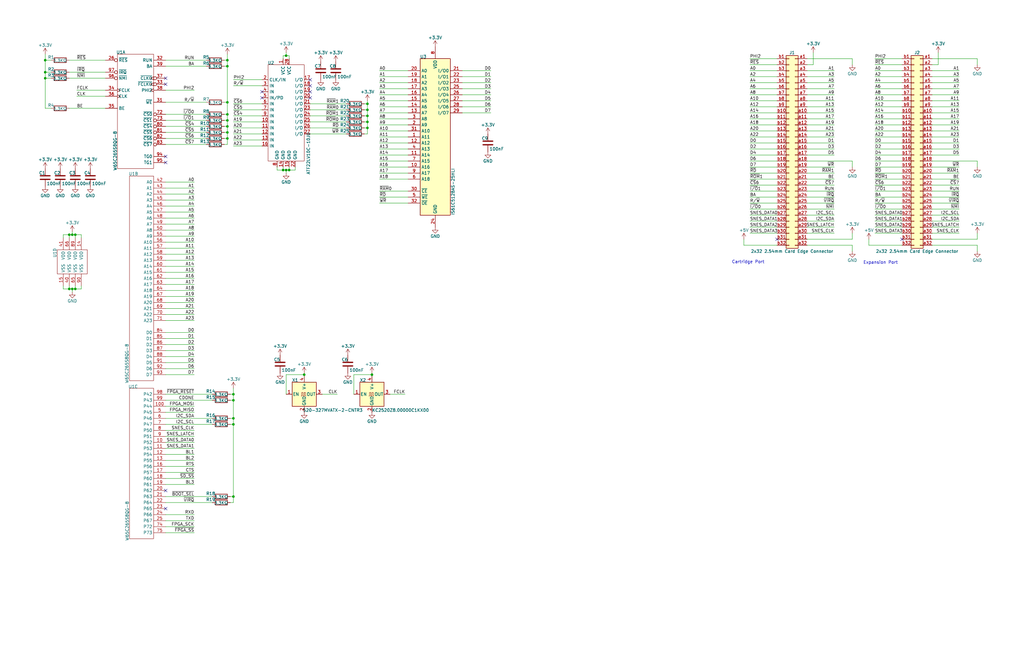
<source format=kicad_sch>
(kicad_sch (version 20231120) (generator "eeschema") (generator_version "8.0")
  (paper "USLedger")
  (junction (at 95.885 43.18))
  (junction (at 121.92 71.755))
  (junction (at 30.48 99.06))
  (junction (at 156.845 158.115))
  (junction (at 98.425 166.37))
  (junction (at 120.65 71.755))
  (junction (at 29.21 99.06))
  (junction (at 95.885 27.94))
  (junction (at 154.94 48.895))
  (junction (at 98.425 176.53))
  (junction (at 30.48 121.92))
  (junction (at 154.94 53.975))
  (junction (at 95.885 50.8))
  (junction (at 95.885 25.4))
  (junction (at 31.75 121.92))
  (junction (at 119.38 71.755))
  (junction (at 19.05 33.02))
  (junction (at 95.885 48.26))
  (junction (at 29.21 121.92))
  (junction (at 19.05 25.4))
  (junction (at 95.885 53.34))
  (junction (at 98.425 209.55))
  (junction (at 95.885 55.88))
  (junction (at 154.94 46.355))
  (junction (at 154.94 43.815))
  (junction (at 120.65 23.495))
  (junction (at 98.425 168.91))
  (junction (at 98.425 179.07))
  (junction (at 95.885 58.42))
  (junction (at 31.75 99.06))
  (junction (at 128.27 158.115))
  (junction (at 19.05 30.48))
  (junction (at 154.94 51.435))
  (no_connect (at 130.81 38.735))
  (no_connect (at 130.81 36.195))
  (no_connect (at 110.49 38.735))
  (no_connect (at 69.85 35.56))
  (no_connect (at 69.85 66.04))
  (no_connect (at 327.66 100.965))
  (no_connect (at 69.85 33.02))
  (no_connect (at 130.81 33.655))
  (no_connect (at 69.85 214.63))
  (no_connect (at 69.85 68.58))
  (no_connect (at 130.81 41.275))
  (no_connect (at 69.85 207.01))
  (no_connect (at 110.49 41.275))
  (no_connect (at 380.365 100.965))
  (wire (pts (xy 316.23 47.625) (xy 327.66 47.625)))
  (wire (pts (xy 19.05 22.86) (xy 19.05 25.4)))
  (wire (pts (xy 404.495 88.265) (xy 393.065 88.265)))
  (wire (pts (xy 69.85 50.8) (xy 86.995 50.8)))
  (wire (pts (xy 69.85 53.34) (xy 86.995 53.34)))
  (wire (pts (xy 393.065 62.865) (xy 404.495 62.865)))
  (wire (pts (xy 130.81 51.435) (xy 146.05 51.435)))
  (wire (pts (xy 194.945 37.465) (xy 207.01 37.465)))
  (wire (pts (xy 130.81 53.975) (xy 146.05 53.975)))
  (wire (pts (xy 69.85 158.115) (xy 81.915 158.115)))
  (wire (pts (xy 121.92 23.495) (xy 121.92 24.765)))
  (wire (pts (xy 110.49 56.515) (xy 98.425 56.515)))
  (wire (pts (xy 69.85 209.55) (xy 89.535 209.55)))
  (wire (pts (xy 29.21 99.06) (xy 29.21 100.33)))
  (wire (pts (xy 153.67 53.975) (xy 154.94 53.975)))
  (wire (pts (xy 172.085 52.705) (xy 160.02 52.705)))
  (wire (pts (xy 368.935 93.345) (xy 380.365 93.345)))
  (wire (pts (xy 69.85 145.415) (xy 81.915 145.415)))
  (wire (pts (xy 393.065 34.925) (xy 404.495 34.925)))
  (wire (pts (xy 69.85 60.96) (xy 86.995 60.96)))
  (wire (pts (xy 69.85 97.155) (xy 81.915 97.155)))
  (wire (pts (xy 69.85 102.235) (xy 81.915 102.235)))
  (wire (pts (xy 97.155 166.37) (xy 98.425 166.37)))
  (wire (pts (xy 160.02 85.725) (xy 172.085 85.725)))
  (wire (pts (xy 98.425 166.37) (xy 98.425 168.91)))
  (wire (pts (xy 412.115 24.765) (xy 412.115 27.305)))
  (wire (pts (xy 94.615 55.88) (xy 95.885 55.88)))
  (wire (pts (xy 97.155 209.55) (xy 98.425 209.55)))
  (wire (pts (xy 135.89 166.37) (xy 142.24 166.37)))
  (wire (pts (xy 393.065 52.705) (xy 404.495 52.705)))
  (wire (pts (xy 316.23 67.945) (xy 327.66 67.945)))
  (wire (pts (xy 119.38 70.485) (xy 119.38 71.755)))
  (wire (pts (xy 94.615 53.34) (xy 95.885 53.34)))
  (wire (pts (xy 340.36 75.565) (xy 351.79 75.565)))
  (wire (pts (xy 172.085 67.945) (xy 160.02 67.945)))
  (wire (pts (xy 110.49 33.655) (xy 98.425 33.655)))
  (wire (pts (xy 130.81 43.815) (xy 146.05 43.815)))
  (wire (pts (xy 153.67 51.435) (xy 154.94 51.435)))
  (wire (pts (xy 95.885 48.26) (xy 95.885 50.8)))
  (wire (pts (xy 393.065 29.845) (xy 404.495 29.845)))
  (wire (pts (xy 154.94 53.975) (xy 154.94 56.515)))
  (wire (pts (xy 110.49 61.595) (xy 98.425 61.595)))
  (wire (pts (xy 393.065 24.765) (xy 412.115 24.765)))
  (wire (pts (xy 95.885 27.94) (xy 95.885 43.18)))
  (wire (pts (xy 34.29 99.06) (xy 34.29 100.33)))
  (wire (pts (xy 172.085 42.545) (xy 160.02 42.545)))
  (wire (pts (xy 69.85 189.23) (xy 81.915 189.23)))
  (wire (pts (xy 69.85 99.695) (xy 81.915 99.695)))
  (wire (pts (xy 172.085 57.785) (xy 160.02 57.785)))
  (wire (pts (xy 393.065 37.465) (xy 404.495 37.465)))
  (wire (pts (xy 340.36 42.545) (xy 351.79 42.545)))
  (wire (pts (xy 121.92 71.755) (xy 124.46 71.755)))
  (wire (pts (xy 327.66 103.505) (xy 313.69 103.505)))
  (wire (pts (xy 172.085 45.085) (xy 160.02 45.085)))
  (wire (pts (xy 69.85 212.09) (xy 89.535 212.09)))
  (wire (pts (xy 340.36 55.245) (xy 351.79 55.245)))
  (wire (pts (xy 380.365 50.165) (xy 368.935 50.165)))
  (wire (pts (xy 119.38 23.495) (xy 119.38 24.765)))
  (wire (pts (xy 110.49 51.435) (xy 98.425 51.435)))
  (wire (pts (xy 69.85 132.715) (xy 81.915 132.715)))
  (wire (pts (xy 95.885 55.88) (xy 95.885 58.42)))
  (wire (pts (xy 69.85 135.255) (xy 81.915 135.255)))
  (wire (pts (xy 116.84 70.485) (xy 116.84 71.755)))
  (wire (pts (xy 316.23 85.725) (xy 327.66 85.725)))
  (wire (pts (xy 340.36 67.945) (xy 359.41 67.945)))
  (wire (pts (xy 366.395 100.965) (xy 366.395 103.505)))
  (wire (pts (xy 119.38 23.495) (xy 120.65 23.495)))
  (wire (pts (xy 149.225 158.115) (xy 149.225 166.37)))
  (wire (pts (xy 194.945 40.005) (xy 207.01 40.005)))
  (wire (pts (xy 380.365 70.485) (xy 368.935 70.485)))
  (wire (pts (xy 404.495 70.485) (xy 393.065 70.485)))
  (wire (pts (xy 30.48 121.92) (xy 30.48 123.19)))
  (wire (pts (xy 368.935 34.925) (xy 380.365 34.925)))
  (wire (pts (xy 194.945 32.385) (xy 207.01 32.385)))
  (wire (pts (xy 340.36 50.165) (xy 351.79 50.165)))
  (wire (pts (xy 340.36 62.865) (xy 351.79 62.865)))
  (wire (pts (xy 69.85 122.555) (xy 81.915 122.555)))
  (wire (pts (xy 194.945 34.925) (xy 207.01 34.925)))
  (wire (pts (xy 316.23 24.765) (xy 327.66 24.765)))
  (wire (pts (xy 124.46 70.485) (xy 124.46 71.755)))
  (wire (pts (xy 97.155 168.91) (xy 98.425 168.91)))
  (wire (pts (xy 368.935 83.185) (xy 380.365 83.185)))
  (wire (pts (xy 69.85 224.79) (xy 81.915 224.79)))
  (wire (pts (xy 29.21 33.02) (xy 44.45 33.02)))
  (wire (pts (xy 156.845 157.48) (xy 156.845 158.115)))
  (wire (pts (xy 380.365 65.405) (xy 368.935 65.405)))
  (wire (pts (xy 153.67 48.895) (xy 154.94 48.895)))
  (wire (pts (xy 172.085 65.405) (xy 160.02 65.405)))
  (wire (pts (xy 368.935 90.805) (xy 380.365 90.805)))
  (wire (pts (xy 95.885 25.4) (xy 95.885 27.94)))
  (wire (pts (xy 340.36 100.965) (xy 359.41 100.965)))
  (wire (pts (xy 393.065 40.005) (xy 404.495 40.005)))
  (wire (pts (xy 340.36 37.465) (xy 351.79 37.465)))
  (wire (pts (xy 21.59 45.72) (xy 19.05 45.72)))
  (wire (pts (xy 316.23 42.545) (xy 327.66 42.545)))
  (wire (pts (xy 393.065 103.505) (xy 412.115 103.505)))
  (wire (pts (xy 29.21 121.92) (xy 30.48 121.92)))
  (wire (pts (xy 31.75 120.65) (xy 31.75 121.92)))
  (wire (pts (xy 29.21 45.72) (xy 44.45 45.72)))
  (wire (pts (xy 340.36 95.885) (xy 351.79 95.885)))
  (wire (pts (xy 29.21 25.4) (xy 44.45 25.4)))
  (wire (pts (xy 153.67 56.515) (xy 154.94 56.515)))
  (wire (pts (xy 393.065 55.245) (xy 404.495 55.245)))
  (wire (pts (xy 368.935 42.545) (xy 380.365 42.545)))
  (wire (pts (xy 26.67 99.06) (xy 29.21 99.06)))
  (wire (pts (xy 69.85 219.71) (xy 81.915 219.71)))
  (wire (pts (xy 359.41 24.765) (xy 359.41 27.305)))
  (wire (pts (xy 69.85 84.455) (xy 81.915 84.455)))
  (wire (pts (xy 393.065 90.805) (xy 404.495 90.805)))
  (wire (pts (xy 69.85 127.635) (xy 81.915 127.635)))
  (wire (pts (xy 368.935 88.265) (xy 380.365 88.265)))
  (wire (pts (xy 393.065 95.885) (xy 404.495 95.885)))
  (wire (pts (xy 154.94 51.435) (xy 154.94 53.975)))
  (wire (pts (xy 393.065 45.085) (xy 404.495 45.085)))
  (wire (pts (xy 69.85 196.85) (xy 81.915 196.85)))
  (wire (pts (xy 380.365 62.865) (xy 368.935 62.865)))
  (wire (pts (xy 69.85 140.335) (xy 81.915 140.335)))
  (wire (pts (xy 340.36 45.085) (xy 351.79 45.085)))
  (wire (pts (xy 120.65 22.225) (xy 120.65 23.495)))
  (wire (pts (xy 160.02 83.185) (xy 172.085 83.185)))
  (wire (pts (xy 21.59 25.4) (xy 19.05 25.4)))
  (wire (pts (xy 327.66 52.705) (xy 316.23 52.705)))
  (wire (pts (xy 340.36 32.385) (xy 351.79 32.385)))
  (wire (pts (xy 194.945 47.625) (xy 207.01 47.625)))
  (wire (pts (xy 69.85 48.26) (xy 86.995 48.26)))
  (wire (pts (xy 69.85 27.94) (xy 86.995 27.94)))
  (wire (pts (xy 128.27 157.48) (xy 128.27 158.115)))
  (wire (pts (xy 69.85 171.45) (xy 81.915 171.45)))
  (wire (pts (xy 30.48 121.92) (xy 31.75 121.92)))
  (wire (pts (xy 340.36 98.425) (xy 351.79 98.425)))
  (wire (pts (xy 340.36 90.805) (xy 351.79 90.805)))
  (wire (pts (xy 393.065 32.385) (xy 404.495 32.385)))
  (wire (pts (xy 340.36 47.625) (xy 351.79 47.625)))
  (wire (pts (xy 393.065 100.965) (xy 412.115 100.965)))
  (wire (pts (xy 316.23 40.005) (xy 327.66 40.005)))
  (wire (pts (xy 19.05 33.02) (xy 19.05 45.72)))
  (wire (pts (xy 368.935 98.425) (xy 380.365 98.425)))
  (wire (pts (xy 120.65 71.755) (xy 120.65 73.025)))
  (wire (pts (xy 316.23 29.845) (xy 327.66 29.845)))
  (wire (pts (xy 98.425 179.07) (xy 98.425 209.55)))
  (wire (pts (xy 34.29 120.65) (xy 34.29 121.92)))
  (wire (pts (xy 393.065 85.725) (xy 404.495 85.725)))
  (wire (pts (xy 327.66 62.865) (xy 316.23 62.865)))
  (wire (pts (xy 404.495 78.105) (xy 393.065 78.105)))
  (wire (pts (xy 69.85 86.995) (xy 81.915 86.995)))
  (wire (pts (xy 393.065 75.565) (xy 404.495 75.565)))
  (wire (pts (xy 160.02 80.645) (xy 172.085 80.645)))
  (wire (pts (xy 19.05 30.48) (xy 19.05 33.02)))
  (wire (pts (xy 316.23 80.645) (xy 327.66 80.645)))
  (wire (pts (xy 69.85 166.37) (xy 89.535 166.37)))
  (wire (pts (xy 172.085 50.165) (xy 160.02 50.165)))
  (wire (pts (xy 94.615 60.96) (xy 95.885 60.96)))
  (wire (pts (xy 340.36 29.845) (xy 351.79 29.845)))
  (wire (pts (xy 172.085 55.245) (xy 160.02 55.245)))
  (wire (pts (xy 368.935 45.085) (xy 380.365 45.085)))
  (wire (pts (xy 94.615 58.42) (xy 95.885 58.42)))
  (wire (pts (xy 412.115 98.425) (xy 412.115 100.965)))
  (wire (pts (xy 316.23 34.925) (xy 327.66 34.925)))
  (wire (pts (xy 26.67 121.92) (xy 29.21 121.92)))
  (wire (pts (xy 340.36 40.005) (xy 351.79 40.005)))
  (wire (pts (xy 69.85 112.395) (xy 81.915 112.395)))
  (wire (pts (xy 194.945 29.845) (xy 207.01 29.845)))
  (wire (pts (xy 97.155 212.09) (xy 98.425 212.09)))
  (wire (pts (xy 19.05 25.4) (xy 19.05 30.48)))
  (wire (pts (xy 116.84 71.755) (xy 119.38 71.755)))
  (wire (pts (xy 94.615 50.8) (xy 95.885 50.8)))
  (wire (pts (xy 340.36 27.305) (xy 342.9 27.305)))
  (wire (pts (xy 130.81 46.355) (xy 146.05 46.355)))
  (wire (pts (xy 316.23 83.185) (xy 327.66 83.185)))
  (wire (pts (xy 69.85 199.39) (xy 81.915 199.39)))
  (wire (pts (xy 156.845 158.115) (xy 156.845 158.75)))
  (wire (pts (xy 316.23 32.385) (xy 327.66 32.385)))
  (wire (pts (xy 69.85 25.4) (xy 86.995 25.4)))
  (wire (pts (xy 316.23 37.465) (xy 327.66 37.465)))
  (wire (pts (xy 404.495 73.025) (xy 393.065 73.025)))
  (wire (pts (xy 69.85 184.15) (xy 81.915 184.15)))
  (wire (pts (xy 128.27 158.115) (xy 128.27 158.75)))
  (wire (pts (xy 69.85 89.535) (xy 81.915 89.535)))
  (wire (pts (xy 327.66 65.405) (xy 316.23 65.405)))
  (wire (pts (xy 393.065 67.945) (xy 412.115 67.945)))
  (wire (pts (xy 154.94 48.895) (xy 154.94 51.435)))
  (wire (pts (xy 95.885 22.86) (xy 95.885 25.4)))
  (wire (pts (xy 69.85 222.25) (xy 81.915 222.25)))
  (wire (pts (xy 172.085 60.325) (xy 160.02 60.325)))
  (wire (pts (xy 342.9 22.225) (xy 342.9 27.305)))
  (wire (pts (xy 368.935 24.765) (xy 380.365 24.765)))
  (wire (pts (xy 29.21 99.06) (xy 30.48 99.06)))
  (wire (pts (xy 316.23 55.245) (xy 327.66 55.245)))
  (wire (pts (xy 393.065 83.185) (xy 404.495 83.185)))
  (wire (pts (xy 120.65 158.115) (xy 128.27 158.115)))
  (wire (pts (xy 172.085 32.385) (xy 160.02 32.385)))
  (wire (pts (xy 194.945 45.085) (xy 207.01 45.085)))
  (wire (pts (xy 69.85 201.93) (xy 81.915 201.93)))
  (wire (pts (xy 98.425 168.91) (xy 98.425 176.53)))
  (wire (pts (xy 97.155 176.53) (xy 98.425 176.53)))
  (wire (pts (xy 95.885 43.18) (xy 95.885 48.26)))
  (wire (pts (xy 69.85 150.495) (xy 81.915 150.495)))
  (wire (pts (xy 31.75 121.92) (xy 34.29 121.92)))
  (wire (pts (xy 69.85 92.075) (xy 81.915 92.075)))
  (wire (pts (xy 340.36 93.345) (xy 351.79 93.345)))
  (wire (pts (xy 130.81 48.895) (xy 146.05 48.895)))
  (wire (pts (xy 32.385 38.1) (xy 44.45 38.1)))
  (wire (pts (xy 172.085 47.625) (xy 160.02 47.625)))
  (wire (pts (xy 172.085 75.565) (xy 160.02 75.565)))
  (wire (pts (xy 172.085 34.925) (xy 160.02 34.925)))
  (wire (pts (xy 340.36 34.925) (xy 351.79 34.925)))
  (wire (pts (xy 21.59 30.48) (xy 19.05 30.48)))
  (wire (pts (xy 380.365 52.705) (xy 368.935 52.705)))
  (wire (pts (xy 393.065 65.405) (xy 404.495 65.405)))
  (wire (pts (xy 316.23 78.105) (xy 327.66 78.105)))
  (wire (pts (xy 393.065 60.325) (xy 404.495 60.325)))
  (wire (pts (xy 69.85 114.935) (xy 81.915 114.935)))
  (wire (pts (xy 98.425 176.53) (xy 98.425 179.07)))
  (wire (pts (xy 130.81 56.515) (xy 146.05 56.515)))
  (wire (pts (xy 368.935 37.465) (xy 380.365 37.465)))
  (wire (pts (xy 110.49 43.815) (xy 98.425 43.815)))
  (wire (pts (xy 368.935 29.845) (xy 380.365 29.845)))
  (wire (pts (xy 94.615 43.18) (xy 95.885 43.18)))
  (wire (pts (xy 194.945 42.545) (xy 207.01 42.545)))
  (wire (pts (xy 69.85 79.375) (xy 81.915 79.375)))
  (wire (pts (xy 359.41 103.505) (xy 359.41 106.045)))
  (wire (pts (xy 316.23 95.885) (xy 327.66 95.885)))
  (wire (pts (xy 69.85 117.475) (xy 81.915 117.475)))
  (wire (pts (xy 340.36 60.325) (xy 351.79 60.325)))
  (wire (pts (xy 69.85 186.69) (xy 81.915 186.69)))
  (wire (pts (xy 26.67 120.65) (xy 26.67 121.92)))
  (wire (pts (xy 121.92 70.485) (xy 121.92 71.755)))
  (wire (pts (xy 69.85 43.18) (xy 86.995 43.18)))
  (wire (pts (xy 95.885 50.8) (xy 95.885 53.34)))
  (wire (pts (xy 69.85 120.015) (xy 81.915 120.015)))
  (wire (pts (xy 351.79 80.645) (xy 340.36 80.645)))
  (wire (pts (xy 69.85 176.53) (xy 89.535 176.53)))
  (wire (pts (xy 368.935 78.105) (xy 380.365 78.105)))
  (wire (pts (xy 368.935 80.645) (xy 380.365 80.645)))
  (wire (pts (xy 340.36 57.785) (xy 351.79 57.785)))
  (wire (pts (xy 393.065 98.425) (xy 404.495 98.425)))
  (wire (pts (xy 368.935 85.725) (xy 380.365 85.725)))
  (wire (pts (xy 149.225 158.115) (xy 156.845 158.115)))
  (wire (pts (xy 30.48 97.79) (xy 30.48 99.06)))
  (wire (pts (xy 153.67 46.355) (xy 154.94 46.355)))
  (wire (pts (xy 393.065 50.165) (xy 404.495 50.165)))
  (wire (pts (xy 340.36 83.185) (xy 351.79 83.185)))
  (wire (pts (xy 110.49 46.355) (xy 98.425 46.355)))
  (wire (pts (xy 316.23 93.345) (xy 327.66 93.345)))
  (wire (pts (xy 69.85 55.88) (xy 86.995 55.88)))
  (wire (pts (xy 359.41 67.945) (xy 359.41 70.485)))
  (wire (pts (xy 351.79 73.025) (xy 340.36 73.025)))
  (wire (pts (xy 393.065 27.305) (xy 395.605 27.305)))
  (wire (pts (xy 316.23 27.305) (xy 327.66 27.305)))
  (wire (pts (xy 153.67 43.815) (xy 154.94 43.815)))
  (wire (pts (xy 316.23 57.785) (xy 327.66 57.785)))
  (wire (pts (xy 95.885 58.42) (xy 95.885 60.96)))
  (wire (pts (xy 110.49 36.195) (xy 98.425 36.195)))
  (wire (pts (xy 95.885 53.34) (xy 95.885 55.88)))
  (wire (pts (xy 368.935 47.625) (xy 380.365 47.625)))
  (wire (pts (xy 69.85 107.315) (xy 81.915 107.315)))
  (wire (pts (xy 154.94 42.545) (xy 154.94 43.815)))
  (wire (pts (xy 412.115 103.505) (xy 412.115 106.045)))
  (wire (pts (xy 368.935 75.565) (xy 380.365 75.565)))
  (wire (pts (xy 69.85 81.915) (xy 81.915 81.915)))
  (wire (pts (xy 69.85 109.855) (xy 81.915 109.855)))
  (wire (pts (xy 393.065 93.345) (xy 404.495 93.345)))
  (wire (pts (xy 313.69 100.965) (xy 313.69 103.505)))
  (wire (pts (xy 110.49 48.895) (xy 98.425 48.895)))
  (wire (pts (xy 94.615 25.4) (xy 95.885 25.4)))
  (wire (pts (xy 29.21 120.65) (xy 29.21 121.92)))
  (wire (pts (xy 69.85 181.61) (xy 81.915 181.61)))
  (wire (pts (xy 368.935 57.785) (xy 380.365 57.785)))
  (wire (pts (xy 69.85 130.175) (xy 81.915 130.175)))
  (wire (pts (xy 98.425 163.83) (xy 98.425 166.37)))
  (wire (pts (xy 120.65 71.755) (xy 121.92 71.755)))
  (wire (pts (xy 69.85 155.575) (xy 81.915 155.575)))
  (wire (pts (xy 368.935 67.945) (xy 380.365 67.945)))
  (wire (pts (xy 340.36 103.505) (xy 359.41 103.505)))
  (wire (pts (xy 69.85 191.77) (xy 81.915 191.77)))
  (wire (pts (xy 316.23 45.085) (xy 327.66 45.085)))
  (wire (pts (xy 30.48 99.06) (xy 31.75 99.06)))
  (wire (pts (xy 368.935 95.885) (xy 380.365 95.885)))
  (wire (pts (xy 21.59 33.02) (xy 19.05 33.02)))
  (wire (pts (xy 69.85 179.07) (xy 89.535 179.07)))
  (wire (pts (xy 69.85 94.615) (xy 81.915 94.615)))
  (wire (pts (xy 31.75 99.06) (xy 34.29 99.06)))
  (wire (pts (xy 69.85 168.91) (xy 89.535 168.91)))
  (wire (pts (xy 94.615 48.26) (xy 95.885 48.26)))
  (wire (pts (xy 26.67 99.06) (xy 26.67 100.33)))
  (wire (pts (xy 316.23 98.425) (xy 327.66 98.425)))
  (wire (pts (xy 32.385 40.64) (xy 44.45 40.64)))
  (wire (pts (xy 69.85 76.835) (xy 81.915 76.835)))
  (wire (pts (xy 368.935 73.025) (xy 380.365 73.025)))
  (wire (pts (xy 395.605 22.225) (xy 395.605 27.305)))
  (wire (pts (xy 359.41 98.425) (xy 359.41 100.965)))
  (wire (pts (xy 316.23 75.565) (xy 327.66 75.565)))
  (wire (pts (xy 404.495 80.645) (xy 393.065 80.645)))
  (wire (pts (xy 393.065 42.545) (xy 404.495 42.545)))
  (wire (pts (xy 69.85 147.955) (xy 81.915 147.955)))
  (wire (pts (xy 172.085 40.005) (xy 160.02 40.005)))
  (wire (pts (xy 316.23 88.265) (xy 327.66 88.265)))
  (wire (pts (xy 69.85 194.31) (xy 81.915 194.31)))
  (wire (pts (xy 29.21 30.48) (xy 44.45 30.48)))
  (wire (pts (xy 412.115 67.945) (xy 412.115 70.485)))
  (wire (pts (xy 393.065 47.625) (xy 404.495 47.625)))
  (wire (pts (xy 97.155 179.07) (xy 98.425 179.07)))
  (wire (pts (xy 154.94 43.815) (xy 154.94 46.355)))
  (wire (pts (xy 316.23 73.025) (xy 327.66 73.025)))
  (wire (pts (xy 351.79 70.485) (xy 340.36 70.485)))
  (wire (pts (xy 327.66 50.165) (xy 316.23 50.165)))
  (wire (pts (xy 69.85 142.875) (xy 81.915 142.875)))
  (wire (pts (xy 380.365 60.325) (xy 368.935 60.325)))
  (wire (pts (xy 172.085 62.865) (xy 160.02 62.865)))
  (wire (pts (xy 69.85 173.99) (xy 81.915 173.99)))
  (wire (pts (xy 340.36 52.705) (xy 351.79 52.705)))
  (wire (pts (xy 351.79 88.265) (xy 340.36 88.265)))
  (wire (pts (xy 31.75 99.06) (xy 31.75 100.33)))
  (wire (pts (xy 316.23 90.805) (xy 327.66 90.805)))
  (wire (pts (xy 368.935 32.385) (xy 380.365 32.385)))
  (wire (pts (xy 327.66 70.485) (xy 316.23 70.485)))
  (wire (pts (xy 69.85 153.035) (xy 81.915 153.035)))
  (wire (pts (xy 98.425 209.55) (xy 98.425 212.09)))
  (wire (pts (xy 368.935 27.305) (xy 380.365 27.305)))
  (wire (pts (xy 327.66 60.325) (xy 316.23 60.325)))
  (wire (pts (xy 393.065 57.785) (xy 404.495 57.785)))
  (wire (pts (xy 120.65 158.115) (xy 120.65 166.37)))
  (wire (pts (xy 110.49 53.975) (xy 98.425 53.975)))
  (wire (pts (xy 340.36 85.725) (xy 351.79 85.725)))
  (wire (pts (xy 110.49 59.055) (xy 98.425 59.055)))
  (wire (pts (xy 172.085 37.465) (xy 160.02 37.465)))
  (wire (pts (xy 368.935 40.005) (xy 380.365 40.005)))
  (wire (pts (xy 69.85 204.47) (xy 81.915 204.47)))
  (wire (pts (xy 69.85 58.42) (xy 86.995 58.42)))
  (wire (pts (xy 69.85 38.1) (xy 81.915 38.1)))
  (wire (pts (xy 380.365 103.505) (xy 366.395 103.505)))
  (wire (pts (xy 172.085 29.845) (xy 160.02 29.845)))
  (wire (pts (xy 154.94 46.355) (xy 154.94 48.895)))
  (wire (pts (xy 120.65 23.495) (xy 121.92 23.495)))
  (wire (pts (xy 172.085 70.485) (xy 160.02 70.485)))
  (wire (pts (xy 69.85 104.775) (xy 81.915 104.775)))
  (wire (pts (xy 351.79 78.105) (xy 340.36 78.105)))
  (wire (pts (xy 368.935 55.245) (xy 380.365 55.245)))
  (wire (pts (xy 69.85 217.17) (xy 81.915 217.17)))
  (wire (pts (xy 69.85 125.095) (xy 81.915 125.095)))
  (wire (pts (xy 164.465 166.37) (xy 170.815 166.37)))
  (wire (pts (xy 340.36 24.765) (xy 359.41 24.765)))
  (wire (pts (xy 340.36 65.405) (xy 351.79 65.405)))
  (wire (pts (xy 94.615 27.94) (xy 95.885 27.94)))
  (wire (pts (xy 119.38 71.755) (xy 120.65 71.755)))
  (wire (pts (xy 172.085 73.025) (xy 160.02 73.025)))
  (text "Expansion Port" (at 363.9755 111.6457 0) (effects (font (size 1.27 1.27)) (justify left bottom)))
  (text "Cartridge Port" (at 308.5892 111.3884 0) (effects (font (size 1.27 1.27)) (justify left bottom)))
  (label "A4" (at 160.02 40.005 0))
  (label "RTS" (at 81.915 196.85 180))
  (label "~{RD}" (at 142.875 53.975 180))
  (label "A8" (at 160.02 50.165 0))
  (label "SNES_DATA1" (at 368.935 93.345 0))
  (label "A10" (at 81.915 102.235 180))
  (label "A15" (at 351.79 47.625 180))
  (label "R{slash}~{W}" (at 98.425 36.195 0))
  (label "A6" (at 316.23 37.465 0))
  (label "~{CS}7" (at 81.915 60.96 180))
  (label "SNES_CLK" (at 351.79 98.425 180))
  (label "D3" (at 81.915 147.955 180))
  (label "A22" (at 81.915 132.715 180))
  (label "A0" (at 316.23 29.845 0))
  (label "RUN" (at 351.79 80.645 180))
  (label "SNES_DATA0" (at 368.935 90.805 0))
  (label "~{ROM}1" (at 368.935 75.565 0))
  (label "A18" (at 316.23 52.705 0))
  (label "BL3" (at 81.915 204.47 180))
  (label "PHI2" (at 81.915 38.1 180))
  (label "D2" (at 316.23 62.865 0))
  (label "RXD" (at 81.915 217.17 180))
  (label "D0" (at 316.23 60.325 0))
  (label "TXD" (at 81.915 219.71 180))
  (label "R{slash}~{W}" (at 368.935 85.725 0))
  (label "A23" (at 98.425 61.595 0))
  (label "BA" (at 316.23 83.185 0))
  (label "~{ROM}0" (at 142.875 51.435 180))
  (label "A17" (at 351.79 50.165 180))
  (label "A12" (at 81.915 107.315 180))
  (label "D0" (at 207.01 29.845 180))
  (label "D4" (at 81.915 150.495 180))
  (label "SNES_CLK" (at 404.495 98.425 180))
  (label "A3" (at 160.02 37.465 0))
  (label "A20" (at 316.23 55.245 0))
  (label "A12" (at 160.02 60.325 0))
  (label "D6" (at 316.23 67.945 0))
  (label "D4" (at 368.935 65.405 0))
  (label "A4" (at 81.915 86.995 180))
  (label "A2" (at 81.915 81.915 180))
  (label "D5" (at 351.79 65.405 180))
  (label "~{I{slash}O}0" (at 316.23 88.265 0))
  (label "D1" (at 207.01 32.385 180))
  (label "~{RAM}1" (at 351.79 73.025 180))
  (label "A16" (at 81.915 117.475 180))
  (label "I2C_SCL" (at 81.915 179.07 180))
  (label "D1" (at 81.915 142.875 180))
  (label "D0" (at 368.935 60.325 0))
  (label "~{RD}" (at 160.02 83.185 0))
  (label "D6" (at 368.935 67.945 0))
  (label "A17" (at 160.02 73.025 0))
  (label "A6" (at 160.02 45.085 0))
  (label "A23" (at 81.915 135.255 180))
  (label "A13" (at 351.79 45.085 180))
  (label "BE" (at 404.495 75.565 180))
  (label "~{CS}6" (at 316.23 78.105 0))
  (label "A3" (at 404.495 32.385 180))
  (label "BL1" (at 81.915 191.77 180))
  (label "SNES_DATA3" (at 368.935 98.425 0))
  (label "~{IRQ}" (at 351.79 83.185 180))
  (label "~{NMI}" (at 351.79 88.265 180))
  (label "CLK" (at 142.24 166.37 180))
  (label "~{NMI}" (at 404.495 88.265 180))
  (label "A15" (at 160.02 67.945 0))
  (label "A2" (at 368.935 32.385 0))
  (label "I2C_SDA" (at 351.79 93.345 180))
  (label "~{I{slash}O}1" (at 316.23 80.645 0))
  (label "A20" (at 368.935 55.245 0))
  (label "~{IRQ}" (at 404.495 83.185 180))
  (label "BA" (at 368.935 83.185 0))
  (label "SNES_DATA2" (at 316.23 95.885 0))
  (label "A20" (at 81.915 127.635 180))
  (label "CDONE" (at 81.915 168.91 180))
  (label "I2C_SCL" (at 404.495 90.805 180))
  (label "D0" (at 81.915 140.335 180))
  (label "A0" (at 160.02 29.845 0))
  (label "A9" (at 81.915 99.695 180))
  (label "A13" (at 81.915 109.855 180))
  (label "I2C_SDA" (at 81.915 176.53 180))
  (label "A0" (at 368.935 29.845 0))
  (label "~{CS}7" (at 404.495 78.105 180))
  (label "A19" (at 351.79 52.705 180))
  (label "SNES_DATA1" (at 316.23 93.345 0))
  (label "A13" (at 160.02 62.865 0))
  (label "BE" (at 351.79 75.565 180))
  (label "A3" (at 81.915 84.455 180))
  (label "A5" (at 351.79 34.925 180))
  (label "A11" (at 404.495 42.545 180))
  (label "A2" (at 316.23 32.385 0))
  (label "~{FPGA_RESET}" (at 81.915 166.37 180))
  (label "A8" (at 316.23 40.005 0))
  (label "A15" (at 81.915 114.935 180))
  (label "A10" (at 160.02 55.245 0))
  (label "D3" (at 207.01 37.465 180))
  (label "SNES_LATCH" (at 351.79 95.885 180))
  (label "~{VIRQ}" (at 351.79 85.725 180))
  (label "D4" (at 207.01 40.005 180))
  (label "A9" (at 351.79 40.005 180))
  (label "A0" (at 81.915 76.835 180))
  (label "RUN" (at 81.915 25.4 180))
  (label "CLK" (at 32.385 40.64 0))
  (label "SNES_DATA1" (at 81.915 189.23 180))
  (label "A21" (at 404.495 55.245 180))
  (label "~{WR}" (at 404.495 70.485 180))
  (label "A5" (at 404.495 34.925 180))
  (label "D2" (at 207.01 34.925 180))
  (label "~{ROM}1" (at 142.875 48.895 180))
  (label "A20" (at 98.425 53.975 0))
  (label "A22" (at 368.935 57.785 0))
  (label "A8" (at 81.915 97.155 180))
  (label "~{RD}" (at 316.23 73.025 0))
  (label "A1" (at 160.02 32.385 0))
  (label "RUN" (at 404.495 80.645 180))
  (label "~{WR}" (at 142.875 56.515 180))
  (label "D4" (at 316.23 65.405 0))
  (label "A10" (at 316.23 42.545 0))
  (label "A3" (at 351.79 32.385 180))
  (label "D5" (at 81.915 153.035 180))
  (label "A5" (at 160.02 42.545 0))
  (label "~{RES}" (at 368.935 27.305 0))
  (label "A18" (at 368.935 52.705 0))
  (label "A7" (at 160.02 47.625 0))
  (label "I2C_SCL" (at 351.79 90.805 180))
  (label "~{RES}" (at 316.23 27.305 0))
  (label "SNES_CLK" (at 81.915 181.61 180))
  (label "A14" (at 368.935 47.625 0))
  (label "SNES_DATA0" (at 81.915 186.69 180))
  (label "~{CS}6" (at 98.425 43.815 0))
  (label "~{I{slash}O}0" (at 81.915 48.26 180))
  (label "A1" (at 404.495 29.845 180))
  (label "A5" (at 81.915 89.535 180))
  (label "D7" (at 368.935 70.485 0))
  (label "D6" (at 207.01 45.085 180))
  (label "A21" (at 98.425 56.515 0))
  (label "PHI2" (at 368.935 24.765 0))
  (label "A22" (at 316.23 57.785 0))
  (label "A11" (at 351.79 42.545 180))
  (label "A23" (at 404.495 57.785 180))
  (label "A16" (at 160.02 70.485 0))
  (label "A8" (at 368.935 40.005 0))
  (label "A2" (at 160.02 34.925 0))
  (label "A16" (at 368.935 50.165 0))
  (label "A19" (at 81.915 125.095 180))
  (label "A7" (at 404.495 37.465 180))
  (label "R{slash}~{W}" (at 81.915 43.18 180))
  (label "A14" (at 316.23 47.625 0))
  (label "~{IRQ}" (at 32.385 30.48 0))
  (label "A21" (at 81.915 130.175 180))
  (label "A18" (at 81.915 122.555 180))
  (label "D2" (at 368.935 62.865 0))
  (label "D5" (at 404.495 65.405 180))
  (label "A1" (at 81.915 79.375 180))
  (label "R{slash}~{W}" (at 316.23 85.725 0))
  (label "A17" (at 81.915 120.015 180))
  (label "D5" (at 207.01 42.545 180))
  (label "A18" (at 160.02 75.565 0))
  (label "FCLK" (at 32.385 38.1 0))
  (label "~{NMI}" (at 32.385 33.02 0))
  (label "A14" (at 160.02 65.405 0))
  (label "BE" (at 32.385 45.72 0))
  (label "BA" (at 81.915 27.94 180))
  (label "D7" (at 316.23 70.485 0))
  (label "~{CS}4" (at 81.915 53.34 180))
  (label "A6" (at 368.935 37.465 0))
  (label "SNES_LATCH" (at 404.495 95.885 180))
  (label "A9" (at 404.495 40.005 180))
  (label "~{WR}" (at 160.02 85.725 0))
  (label "D2" (at 81.915 145.415 180))
  (label "A1" (at 351.79 29.845 180))
  (label "A23" (at 351.79 57.785 180))
  (label "~{VIRQ}" (at 81.915 212.09 180))
  (label "~{VIRQ}" (at 404.495 85.725 180))
  (label "~{RAM}1" (at 142.875 43.815 180))
  (label "A6" (at 81.915 92.075 180))
  (label "CTS" (at 81.915 199.39 180))
  (label "FPGA_MISO" (at 81.915 173.99 180))
  (label "D3" (at 351.79 62.865 180))
  (label "~{RES}" (at 32.385 25.4 0))
  (label "I2C_SDA" (at 404.495 93.345 180))
  (label "D1" (at 404.495 60.325 180))
  (label "A7" (at 351.79 37.465 180))
  (label "A11" (at 160.02 57.785 0))
  (label "A10" (at 368.935 42.545 0))
  (label "~{BOOT_SEL}" (at 81.915 209.55 180))
  (label "SNES_DATA0" (at 316.23 90.805 0))
  (label "A16" (at 316.23 50.165 0))
  (label "~{I{slash}O}1" (at 81.915 50.8 180))
  (label "A4" (at 316.23 34.925 0))
  (label "~{I{slash}O}0" (at 368.935 88.265 0))
  (label "SNES_DATA3" (at 316.23 98.425 0))
  (label "A12" (at 316.23 45.085 0))
  (label "BL2" (at 81.915 194.31 180))
  (label "SNES_LATCH" (at 81.915 184.15 180))
  (label "~{CS}5" (at 81.915 55.88 180))
  (label "SNES_DATA2" (at 368.935 95.885 0))
  (label "~{CS}6" (at 81.915 58.42 180))
  (label "~{RD}" (at 368.935 73.025 0))
  (label "A22" (at 98.425 59.055 0))
  (label "PHI2" (at 316.23 24.765 0))
  (label "~{CS}5" (at 98.425 46.355 0))
  (label "PHI2" (at 98.425 33.655 0))
  (label "D6" (at 81.915 155.575 180))
  (label "A19" (at 98.425 51.435 0))
  (label "A14" (at 81.915 112.395 180))
  (label "D7" (at 81.915 158.115 180))
  (label "A21" (at 351.79 55.245 180))
  (label "~{CS}7" (at 351.79 78.105 180))
  (label "~{RAM}0" (at 142.875 46.355 180))
  (label "D3" (at 404.495 62.865 180))
  (label "A19" (at 404.495 52.705 180))
  (label "A4" (at 368.935 34.925 0))
  (label "FPGA_SCK" (at 81.915 222.25 180))
  (label "A9" (at 160.02 52.705 0))
  (label "~{SD_SS}" (at 81.915 201.93 180))
  (label "FCLK" (at 170.815 166.37 180))
  (label "~{ROM}1" (at 316.23 75.565 0))
  (label "~{RAM}1" (at 404.495 73.025 180))
  (label "~{CS}6" (at 368.935 78.105 0))
  (label "A11" (at 81.915 104.775 180))
  (label "~{FPGA_SS}" (at 81.915 224.79 180))
  (label "~{WR}" (at 351.79 70.485 180))
  (label "A12" (at 368.935 45.085 0))
  (label "~{RAM}0" (at 160.02 80.645 0))
  (label "A13" (at 404.495 45.085 180))
  (label "A17" (at 404.495 50.165 180))
  (label "D1" (at 351.79 60.325 180))
  (label "FPGA_MOSI" (at 81.915 171.45 180))
  (label "A15" (at 404.495 47.625 180))
  (label "A7" (at 81.915 94.615 180))
  (label "D7" (at 207.01 47.625 180))
  (label "~{CS}4" (at 98.425 48.895 0))
  (label "~{I{slash}O}1" (at 368.935 80.645 0))
  (symbol (lib_id "power:+3.3V") (at 31.75 71.12 0) (unit 1)
    (property "Reference" "#PWR022" (effects (hide yes)))
    (property "Value" "+3.3V" (at 31.75 67.31 0))
  )
  (symbol (lib_id "Oscillator:XO32") (at 156.845 166.37 0) (unit 1)
    (property "Reference" "X2" (at 153.035 160.4105 0))
    (property "Value" "KC2520Z8.00000C1KX00\n" (at 168.91 173.1105 0))
    (property "Footprint" "Oscillator:Oscillator_SMD_ECS_2520MV-xxx-xx-4Pin_2.5x2.0mm" (effects (hide yes)))
    (property "Datasheet" "http://cdn-reichelt.de/documents/datenblatt/B400/XO32.pdf" (effects (hide yes)))
  )
  (symbol (lib_id "power:GND") (at 183.515 95.885 0) (unit 1)
    (property "Reference" "#PWR041" (effects (hide yes)))
    (property "Value" "GND" (at 183.515 99.695 0))
  )
  (symbol (lib_id "power:GND") (at 412.115 106.045 0) (unit 1)
    (property "Reference" "#PWR014" (effects (hide yes)))
    (property "Value" "GND" (at 412.115 109.855 0))
  )
  (symbol (lib_id "Device:C") (at 146.685 153.67 0) (unit 1)
    (property "Reference" "C6" (at 144.0674 151.7367 0) (effects (justify left)))
    (property "Value" "100nF" (at 147.32 156.2099 0) (effects (justify left)))
    (property "Footprint" "Capacitor_SMD:C_0201_0603Metric" (effects (hide yes)))
  )
  (symbol (lib_id "Device:R") (at 93.345 168.91 90) (unit 1)
    (property "Reference" "R15" (at 90.8049 167.64 90) (effects (justify left)))
    (property "Value" "3.3KΩ" (at 96.1849 169.0677 90) (effects (justify left)))
    (property "Footprint" "Resistor_SMD:R_0201_0603Metric" (effects (hide yes)))
  )
  (symbol (lib_id "power:+3.3V") (at 359.41 98.425 0) (unit 1)
    (property "Reference" "#PWR09" (effects (hide yes)))
    (property "Value" "+3.3V" (at 359.41 94.615 0))
  )
  (symbol (lib_id "power:+3.3V") (at 95.885 22.86 0) (unit 1)
    (property "Reference" "#PWR04" (effects (hide yes)))
    (property "Value" "+3.3V" (at 95.885 19.05 0))
  )
  (symbol (lib_id "Device:R") (at 90.805 48.26 90) (unit 1)
    (property "Reference" "R8" (at 88.2649 46.99 90) (effects (justify left)))
    (property "Value" "3.3KΩ" (at 93.6449 48.4177 90) (effects (justify left)))
    (property "Footprint" "Resistor_SMD:R_0201_0603Metric" (effects (hide yes)))
  )
  (symbol (lib_id "Device:R") (at 149.86 48.895 90) (unit 1)
    (property "Reference" "R22" (at 147.3199 47.625 90) (effects (justify left)))
    (property "Value" "3.3KΩ" (at 152.6999 49.0527 90) (effects (justify left)))
    (property "Footprint" "Resistor_SMD:R_0201_0603Metric" (effects (hide yes)))
  )
  (symbol (lib_id "Device:R") (at 93.345 166.37 90) (unit 1)
    (property "Reference" "R14" (at 90.8049 165.1 90) (effects (justify left)))
    (property "Value" "3.3KΩ" (at 96.1849 166.5277 90) (effects (justify left)))
    (property "Footprint" "Resistor_SMD:R_0201_0603Metric" (effects (hide yes)))
  )
  (symbol (lib_id "Device:C") (at 19.05 74.93 0) (unit 1)
    (property "Reference" "C1" (at 16.4324 72.9967 0) (effects (justify left)))
    (property "Value" "100nF" (at 19.685 77.4699 0) (effects (justify left)))
    (property "Footprint" "Capacitor_SMD:C_0201_0603Metric" (effects (hide yes)))
  )
  (symbol (lib_id "Device:R") (at 25.4 45.72 90) (unit 1)
    (property "Reference" "R4" (at 22.8599 44.45 90) (effects (justify left)))
    (property "Value" "3.3KΩ" (at 28.2399 45.8777 90) (effects (justify left)))
    (property "Footprint" "Resistor_SMD:R_0201_0603Metric" (effects (hide yes)))
  )
  (symbol (lib_id "power:+3.3V") (at 141.605 26.035 0) (unit 1)
    (property "Reference" "#PWR039" (effects (hide yes)))
    (property "Value" "+3.3V" (at 141.605 22.225 0))
  )
  (symbol (lib_id "power:+3.3V") (at 205.74 56.515 0) (unit 1)
    (property "Reference" "#PWR042" (effects (hide yes)))
    (property "Value" "+3.3V" (at 205.74 52.705 0))
  )
  (symbol (lib_id "power:GND") (at 141.605 33.655 0) (unit 1)
    (property "Reference" "#PWR040" (effects (hide yes)))
    (property "Value" "GND" (at 141.605 37.465 0))
  )
  (symbol (lib_id "Device:R") (at 93.345 179.07 90) (unit 1)
    (property "Reference" "R17" (at 90.8049 177.8 90) (effects (justify left)))
    (property "Value" "3.3KΩ" (at 96.1849 179.2277 90) (effects (justify left)))
    (property "Footprint" "Resistor_SMD:R_0201_0603Metric" (effects (hide yes)))
  )
  (symbol (lib_id "Device:C") (at 38.1 74.93 0) (unit 1)
    (property "Reference" "C4" (at 35.4824 72.9967 0) (effects (justify left)))
    (property "Value" "100nF" (at 38.735 77.4699 0) (effects (justify left)))
    (property "Footprint" "Capacitor_SMD:C_0201_0603Metric" (effects (hide yes)))
  )
  (symbol (lib_id "power:+5V") (at 366.395 100.965 0) (unit 1)
    (property "Reference" "#PWR012" (effects (hide yes)))
    (property "Value" "+5V" (at 366.395 97.155 0))
  )
  (symbol (lib_id "Device:R") (at 25.4 33.02 90) (unit 1)
    (property "Reference" "R3" (at 22.8599 31.75 90) (effects (justify left)))
    (property "Value" "3.3KΩ" (at 28.2399 33.1777 90) (effects (justify left)))
    (property "Footprint" "Resistor_SMD:R_0201_0603Metric" (effects (hide yes)))
  )
  (symbol (lib_id "Device:R") (at 90.805 43.18 90) (unit 1)
    (property "Reference" "R7" (at 88.2649 41.91 90) (effects (justify left)))
    (property "Value" "3.3KΩ" (at 93.6449 43.3377 90) (effects (justify left)))
    (property "Footprint" "Resistor_SMD:R_0201_0603Metric" (effects (hide yes)))
  )
  (symbol (lib_id "Western Design Center:W65C265S8QG-8 ") (at 29.21 120.65 0) (unit 4)
    (property "Reference" "U1" (at 23.1189 108.7228 90) (effects (justify left)))
    (property "Value" "W65C265S8QG-8" (effects (hide yes)))
    (property "Footprint" "Package_QFP:PQFP-100_14x20mm_P0.65mm" (effects (hide yes)))
    (property "Datasheet" "https://www.westerndesigncenter.com/wdc/documentation/w65c265s.pdf" (effects (hide yes)))
  )
  (symbol (lib_id "power:GND") (at 19.05 78.74 0) (unit 1)
    (property "Reference" "#PWR017" (effects (hide yes)))
    (property "Value" "GND" (at 19.05 82.55 0))
  )
  (symbol (lib_id "Western Design Center:W65C265S8QG-8 ") (at 59.69 89.535 0) (unit 2)
    (property "Reference" "U1" (at 56.2612 73.3482 0))
    (property "Value" "W65C265S8QG-8" (at 53.5187 153.4016 90))
    (property "Footprint" "Package_QFP:PQFP-100_14x20mm_P0.65mm" (effects (hide yes)))
    (property "Datasheet" "https://www.westerndesigncenter.com/wdc/documentation/w65c265s.pdf" (effects (hide yes)))
  )
  (symbol (lib_id "Device:C") (at 135.255 29.845 0) (unit 1)
    (property "Reference" "C7" (at 132.6374 27.9117 0) (effects (justify left)))
    (property "Value" "100nF" (at 135.89 32.3849 0) (effects (justify left)))
    (property "Footprint" "Capacitor_SMD:C_0201_0603Metric" (effects (hide yes)))
  )
  (symbol (lib_id "power:+3.3V") (at 38.1 71.12 0) (unit 1)
    (property "Reference" "#PWR024" (effects (hide yes)))
    (property "Value" "+3.3V" (at 38.1 67.31 0))
  )
  (symbol (lib_id "power:+3.3V") (at 395.605 22.225 0) (unit 1)
    (property "Reference" "#PWR02" (effects (hide yes)))
    (property "Value" "+3.3V" (at 395.605 18.415 0))
  )
  (symbol (lib_id "Device:R") (at 149.86 46.355 90) (unit 1)
    (property "Reference" "R21" (at 147.3199 45.085 90) (effects (justify left)))
    (property "Value" "3.3KΩ" (at 152.6999 46.5127 90) (effects (justify left)))
    (property "Footprint" "Resistor_SMD:R_0201_0603Metric" (effects (hide yes)))
  )
  (symbol (lib_id "Western Design Center:W65C265S8QG-8 ") (at 54.61 38.1 0) (unit 1)
    (property "Reference" "U1" (at 50.9725 22.0375 0))
    (property "Value" "W65C265S8QG-8" (at 48.5484 63.6557 90))
    (property "Footprint" "Package_QFP:PQFP-100_14x20mm_P0.65mm" (effects (hide yes)))
    (property "Datasheet" "https://www.westerndesigncenter.com/wdc/documentation/w65c265s.pdf" (effects (hide yes)))
  )
  (symbol (lib_id "Device:R") (at 149.86 53.975 90) (unit 1)
    (property "Reference" "R24" (at 147.3199 52.705 90) (effects (justify left)))
    (property "Value" "3.3KΩ" (at 152.6999 54.1327 90) (effects (justify left)))
    (property "Footprint" "Resistor_SMD:R_0201_0603Metric" (effects (hide yes)))
  )
  (symbol (lib_id "Sentinel 65X V2:Conn_02x32_Row_Letter_First") (at 335.28 62.865 0) (mirror y) (unit 1) (in_bom no)
    (property "Reference" "J1" (at 334.01 22.225 0))
    (property "Value" "2x32 2.54mm Card Edge Connector" (at 334.01 106.045 0))
    (property "Footprint" "Connector:Conn_Edge_2x32p_THT_2.54mm_5.08mm" (effects (hide yes)))
  )
  (symbol (lib_id "power:+3.3V") (at 156.845 157.48 0) (unit 1)
    (property "Reference" "#PWR032" (effects (hide yes)))
    (property "Value" "+3.3V" (at 156.845 153.67 0))
  )
  (symbol (lib_id "power:+3.3V") (at 412.115 98.425 0) (unit 1)
    (property "Reference" "#PWR010" (effects (hide yes)))
    (property "Value" "+3.3V" (at 412.115 94.615 0))
  )
  (symbol (lib_id "power:+3.3V") (at 154.94 42.545 0) (unit 1)
    (property "Reference" "#PWR035" (effects (hide yes)))
    (property "Value" "+3.3V" (at 154.94 38.735 0))
  )
  (symbol (lib_id "Device:R") (at 90.805 53.34 90) (unit 1)
    (property "Reference" "R10" (at 88.2649 52.07 90) (effects (justify left)))
    (property "Value" "3.3KΩ" (at 93.6449 53.4977 90) (effects (justify left)))
    (property "Footprint" "Resistor_SMD:R_0201_0603Metric" (effects (hide yes)))
  )
  (symbol (lib_id "power:+3.3V") (at 98.425 163.83 0) (unit 1)
    (property "Reference" "#PWR015" (effects (hide yes)))
    (property "Value" "+3.3V" (at 98.425 160.02 0))
  )
  (symbol (lib_id "Device:C") (at 205.74 60.325 0) (unit 1)
    (property "Reference" "C9" (at 203.1224 58.3917 0) (effects (justify left)))
    (property "Value" "100nF" (at 206.375 62.8649 0) (effects (justify left)))
    (property "Footprint" "Capacitor_SMD:C_0201_0603Metric" (effects (hide yes)))
  )
  (symbol (lib_id "Device:R") (at 93.345 176.53 90) (unit 1)
    (property "Reference" "R16" (at 90.8049 175.26 90) (effects (justify left)))
    (property "Value" "3.3KΩ" (at 96.1849 176.6877 90) (effects (justify left)))
    (property "Footprint" "Resistor_SMD:R_0201_0603Metric" (effects (hide yes)))
  )
  (symbol (lib_id "power:GND") (at 38.1 78.74 0) (unit 1)
    (property "Reference" "#PWR025" (effects (hide yes)))
    (property "Value" "GND" (at 38.1 82.55 0))
  )
  (symbol (lib_id "power:GND") (at 30.48 123.19 0) (unit 1)
    (property "Reference" "#PWR019" (effects (hide yes)))
    (property "Value" "GND" (at 30.48 127 0))
  )
  (symbol (lib_id "power:GND") (at 359.41 70.485 0) (unit 1)
    (property "Reference" "#PWR07" (effects (hide yes)))
    (property "Value" "GND" (at 359.41 74.295 0))
  )
  (symbol (lib_id "Logic_Programmable:ATF22LV10C-10JU") (at 113.03 27.305 0) (unit 1) (in_bom no)
    (property "Reference" "U2" (at 112.8732 26.5062 0) (effects (justify left)))
    (property "Value" "ATF22LV10C-10JU" (at 130.0576 73.66 90) (effects (justify left)))
    (property "Footprint" "Package_LCC:PLCC-28_SMD-Socket" (effects (hide yes)))
    (property "Datasheet" "https://ww1.microchip.com/downloads/en/DeviceDoc/doc0780.pdf" (effects (hide yes)))
  )
  (symbol (lib_id "Memory_RAM:IS61C5128AS-25HLI") (at 177.165 24.765 0) (unit 1)
    (property "Reference" "U3" (at 177.1229 23.9216 0) (effects (justify left)))
    (property "Value" "IS61C5128AS-25HLI" (at 191.0176 90.805 90) (effects (justify left)))
    (property "Footprint" "Package_SO:TSOP-I-32_11.8x8mm_P0.5mm" (effects (hide yes)))
    (property "Datasheet" "http://www.issi.com/WW/pdf/61-64C5128AL.pdf" (effects (hide yes)))
  )
  (symbol (lib_id "Device:C") (at 31.75 74.93 0) (unit 1)
    (property "Reference" "C3" (at 29.1324 72.9967 0) (effects (justify left)))
    (property "Value" "100nF" (at 32.385 77.4699 0) (effects (justify left)))
    (property "Footprint" "Capacitor_SMD:C_0201_0603Metric" (effects (hide yes)))
  )
  (symbol (lib_id "Device:R") (at 25.4 25.4 90) (unit 1)
    (property "Reference" "R1" (at 22.8599 24.13 90) (effects (justify left)))
    (property "Value" "3.3KΩ" (at 28.2399 25.5577 90) (effects (justify left)))
    (property "Footprint" "Resistor_SMD:R_0201_0603Metric" (effects (hide yes)))
  )
  (symbol (lib_id "Oscillator:XO32") (at 128.27 166.37 0) (unit 1)
    (property "Reference" "X1" (at 124.46 160.4105 0))
    (property "Value" "520-327MVATX-2-CNTR3\n" (at 140.335 173.1105 0))
    (property "Footprint" "Oscillator:Oscillator_SMD_ECS_2520MV-xxx-xx-4Pin_2.5x2.0mm" (effects (hide yes)))
    (property "Datasheet" "http://cdn-reichelt.de/documents/datenblatt/B400/XO32.pdf" (effects (hide yes)))
  )
  (symbol (lib_id "Device:R") (at 149.86 56.515 90) (unit 1)
    (property "Reference" "R25" (at 147.3199 55.245 90) (effects (justify left)))
    (property "Value" "3.3KΩ" (at 152.6999 56.6727 90) (effects (justify left)))
    (property "Footprint" "Resistor_SMD:R_0201_0603Metric" (effects (hide yes)))
  )
  (symbol (lib_id "power:+3.3V") (at 19.05 71.12 0) (unit 1)
    (property "Reference" "#PWR016" (effects (hide yes)))
    (property "Value" "+3.3V" (at 19.05 67.31 0))
  )
  (symbol (lib_id "power:+3.3V") (at 25.4 71.12 0) (unit 1)
    (property "Reference" "#PWR020" (effects (hide yes)))
    (property "Value" "+3.3V" (at 25.4 67.31 0))
  )
  (symbol (lib_id "Device:C") (at 25.4 74.93 0) (unit 1)
    (property "Reference" "C2" (at 22.7824 72.9967 0) (effects (justify left)))
    (property "Value" "100nF" (at 26.035 77.4699 0) (effects (justify left)))
    (property "Footprint" "Capacitor_SMD:C_0201_0603Metric" (effects (hide yes)))
  )
  (symbol (lib_id "power:+3.3V") (at 120.65 22.225 0) (unit 1)
    (property "Reference" "#PWR034" (effects (hide yes)))
    (property "Value" "+3.3V" (at 120.65 18.415 0))
  )
  (symbol (lib_id "Device:R") (at 90.805 58.42 90) (unit 1)
    (property "Reference" "R12" (at 88.2649 57.15 90) (effects (justify left)))
    (property "Value" "3.3KΩ" (at 93.6449 58.5777 90) (effects (justify left)))
    (property "Footprint" "Resistor_SMD:R_0201_0603Metric" (effects (hide yes)))
  )
  (symbol (lib_id "power:GND") (at 412.115 27.305 0) (unit 1)
    (property "Reference" "#PWR06" (effects (hide yes)))
    (property "Value" "GND" (at 412.115 31.115 0))
  )
  (symbol (lib_id "power:GND") (at 135.255 33.655 0) (unit 1)
    (property "Reference" "#PWR038" (effects (hide yes)))
    (property "Value" "GND" (at 135.255 37.465 0))
  )
  (symbol (lib_id "power:+3.3V") (at 128.27 157.48 0) (unit 1)
    (property "Reference" "#PWR026" (effects (hide yes)))
    (property "Value" "+3.3V" (at 128.27 153.67 0))
  )
  (symbol (lib_id "power:GND") (at 25.4 78.74 0) (unit 1)
    (property "Reference" "#PWR021" (effects (hide yes)))
    (property "Value" "GND" (at 25.4 82.55 0))
  )
  (symbol (lib_id "power:+3.3V") (at 19.05 22.86 0) (unit 1)
    (property "Reference" "#PWR03" (effects (hide yes)))
    (property "Value" "+3.3V" (at 19.05 19.05 0))
  )
  (symbol (lib_id "Device:R") (at 90.805 25.4 90) (unit 1)
    (property "Reference" "R5" (at 88.2649 24.13 90) (effects (justify left)))
    (property "Value" "3.3KΩ" (at 93.6449 25.5577 90) (effects (justify left)))
    (property "Footprint" "Resistor_SMD:R_0201_0603Metric" (effects (hide yes)))
  )
  (symbol (lib_id "power:GND") (at 128.27 173.99 0) (unit 1)
    (property "Reference" "#PWR029" (effects (hide yes)))
    (property "Value" "GND" (at 128.27 177.8 0))
  )
  (symbol (lib_id "Device:R") (at 90.805 60.96 90) (unit 1)
    (property "Reference" "R13" (at 88.2649 59.69 90) (effects (justify left)))
    (property "Value" "3.3KΩ" (at 93.6449 61.1177 90) (effects (justify left)))
    (property "Footprint" "Resistor_SMD:R_0201_0603Metric" (effects (hide yes)))
  )
  (symbol (lib_id "power:+3.3V") (at 146.685 149.86 0) (unit 1)
    (property "Reference" "#PWR030" (effects (hide yes)))
    (property "Value" "+3.3V" (at 146.685 146.05 0))
  )
  (symbol (lib_id "Device:R") (at 25.4 30.48 90) (unit 1)
    (property "Reference" "R2" (at 22.8599 29.21 90) (effects (justify left)))
    (property "Value" "3.3KΩ" (at 28.2399 30.6377 90) (effects (justify left)))
    (property "Footprint" "Resistor_SMD:R_0201_0603Metric" (effects (hide yes)))
  )
  (symbol (lib_id "Device:R") (at 93.345 209.55 90) (unit 1)
    (property "Reference" "R18" (at 90.8049 208.28 90) (effects (justify left)))
    (property "Value" "3.3KΩ" (at 96.1849 209.7077 90) (effects (justify left)))
    (property "Footprint" "Resistor_SMD:R_0201_0603Metric" (effects (hide yes)))
  )
  (symbol (lib_id "Device:R") (at 149.86 51.435 90) (unit 1)
    (property "Reference" "R23" (at 147.3199 50.165 90) (effects (justify left)))
    (property "Value" "3.3KΩ" (at 152.6999 51.5927 90) (effects (justify left)))
    (property "Footprint" "Resistor_SMD:R_0201_0603Metric" (effects (hide yes)))
  )
  (symbol (lib_id "Sentinel 65X V2:Conn_02x32_Row_Letter_First") (at 387.985 62.865 0) (mirror y) (unit 1) (in_bom no)
    (property "Reference" "J2" (at 386.715 22.225 0))
    (property "Value" "2x32 2.54mm Card Edge Connector" (at 386.715 106.045 0))
    (property "Footprint" "Connector:Conn_Edge_2x32_THT_2.54mm_Male" (effects (hide yes)))
  )
  (symbol (lib_id "power:GND") (at 118.11 157.48 0) (unit 1)
    (property "Reference" "#PWR028" (effects (hide yes)))
    (property "Value" "GND" (at 118.11 161.29 0))
  )
  (symbol (lib_id "power:+3.3V") (at 135.255 26.035 0) (unit 1)
    (property "Reference" "#PWR037" (effects (hide yes)))
    (property "Value" "+3.3V" (at 135.255 22.225 0))
  )
  (symbol (lib_id "power:+3.3V") (at 183.515 19.685 0) (unit 1)
    (property "Reference" "#PWR044" (effects (hide yes)))
    (property "Value" "+3.3V" (at 183.515 15.875 0))
  )
  (symbol (lib_id "Device:R") (at 90.805 50.8 90) (unit 1)
    (property "Reference" "R9" (at 88.2649 49.53 90) (effects (justify left)))
    (property "Value" "3.3KΩ" (at 93.6449 50.9577 90) (effects (justify left)))
    (property "Footprint" "Resistor_SMD:R_0201_0603Metric" (effects (hide yes)))
  )
  (symbol (lib_id "Western Design Center:W65C265S8QG-8 ") (at 59.69 179.07 0) (unit 3)
    (property "Reference" "U1" (at 56.1432 163.1487 0))
    (property "Value" "W65C265S8QG-8" (at 53.6253 219.8678 90))
    (property "Footprint" "Package_QFP:PQFP-100_14x20mm_P0.65mm" (effects (hide yes)))
    (property "Datasheet" "https://www.westerndesigncenter.com/wdc/documentation/w65c265s.pdf" (effects (hide yes)))
  )
  (symbol (lib_id "power:+3.3V") (at 342.9 22.225 0) (unit 1)
    (property "Reference" "#PWR01" (effects (hide yes)))
    (property "Value" "+3.3V" (at 342.9 18.415 0))
  )
  (symbol (lib_id "power:+5V") (at 313.69 100.965 0) (unit 1)
    (property "Reference" "#PWR011" (effects (hide yes)))
    (property "Value" "+5V" (at 313.69 97.155 0))
  )
  (symbol (lib_id "Device:R") (at 93.345 212.09 90) (unit 1)
    (property "Reference" "R19" (at 90.8049 210.82 90) (effects (justify left)))
    (property "Value" "3.3KΩ" (at 96.1849 212.2477 90) (effects (justify left)))
    (property "Footprint" "Resistor_SMD:R_0201_0603Metric" (effects (hide yes)))
  )
  (symbol (lib_id "Device:R") (at 90.805 27.94 90) (unit 1)
    (property "Reference" "R6" (at 88.2649 26.67 90) (effects (justify left)))
    (property "Value" "3.3KΩ" (at 93.6449 28.0977 90) (effects (justify left)))
    (property "Footprint" "Resistor_SMD:R_0201_0603Metric" (effects (hide yes)))
  )
  (symbol (lib_id "power:GND") (at 156.845 173.99 0) (unit 1)
    (property "Reference" "#PWR033" (effects (hide yes)))
    (property "Value" "GND" (at 156.845 177.8 0))
  )
  (symbol (lib_id "power:+3.3V") (at 118.11 149.86 0) (unit 1)
    (property "Reference" "#PWR027" (effects (hide yes)))
    (property "Value" "+3.3V" (at 118.11 146.05 0))
  )
  (symbol (lib_id "power:GND") (at 412.115 70.485 0) (unit 1)
    (property "Reference" "#PWR08" (effects (hide yes)))
    (property "Value" "GND" (at 412.115 74.295 0))
  )
  (symbol (lib_id "power:GND") (at 359.41 106.045 0) (unit 1)
    (property "Reference" "#PWR013" (effects (hide yes)))
    (property "Value" "GND" (at 359.41 109.855 0))
  )
  (symbol (lib_id "Device:R") (at 149.86 43.815 90) (unit 1)
    (property "Reference" "R20" (at 147.3199 42.545 90) (effects (justify left)))
    (property "Value" "3.3KΩ" (at 152.6999 43.9727 90) (effects (justify left)))
    (property "Footprint" "Resistor_SMD:R_0201_0603Metric" (effects (hide yes)))
  )
  (symbol (lib_id "power:GND") (at 31.75 78.74 0) (unit 1)
    (property "Reference" "#PWR023" (effects (hide yes)))
    (property "Value" "GND" (at 31.75 82.55 0))
  )
  (symbol (lib_id "power:GND") (at 146.685 157.48 0) (unit 1)
    (property "Reference" "#PWR031" (effects (hide yes)))
    (property "Value" "GND" (at 146.685 161.29 0))
  )
  (symbol (lib_id "power:GND") (at 359.41 27.305 0) (unit 1)
    (property "Reference" "#PWR05" (effects (hide yes)))
    (property "Value" "GND" (at 359.41 31.115 0))
  )
  (symbol (lib_id "Device:C") (at 141.605 29.845 0) (unit 1)
    (property "Reference" "C8" (at 138.9874 27.9117 0) (effects (justify left)))
    (property "Value" "100nF" (at 142.24 32.3849 0) (effects (justify left)))
    (property "Footprint" "Capacitor_SMD:C_0201_0603Metric" (effects (hide yes)))
  )
  (symbol (lib_id "Device:R") (at 90.805 55.88 90) (unit 1)
    (property "Reference" "R11" (at 88.2649 54.61 90) (effects (justify left)))
    (property "Value" "3.3KΩ" (at 93.6449 56.0377 90) (effects (justify left)))
    (property "Footprint" "Resistor_SMD:R_0201_0603Metric" (effects (hide yes)))
  )
  (symbol (lib_id "Device:C") (at 118.11 153.67 0) (unit 1)
    (property "Reference" "C5" (at 115.4924 151.7367 0) (effects (justify left)))
    (property "Value" "100nF" (at 118.745 156.2099 0) (effects (justify left)))
    (property "Footprint" "Capacitor_SMD:C_0201_0603Metric" (effects (hide yes)))
  )
  (symbol (lib_id "power:GND") (at 205.74 64.135 0) (unit 1)
    (property "Reference" "#PWR043" (effects (hide yes)))
    (property "Value" "GND" (at 205.74 67.945 0))
  )
  (symbol (lib_id "power:+3.3V") (at 30.48 97.79 0) (unit 1)
    (property "Reference" "#PWR018" (effects (hide yes)))
    (property "Value" "+3.3V" (at 30.48 93.98 0))
  )
  (symbol (lib_id "power:GND") (at 120.65 73.025 0) (unit 1)
    (property "Reference" "#PWR036" (effects (hide yes)))
    (property "Value" "GND" (at 120.65 76.835 0))
  )
)
</source>
